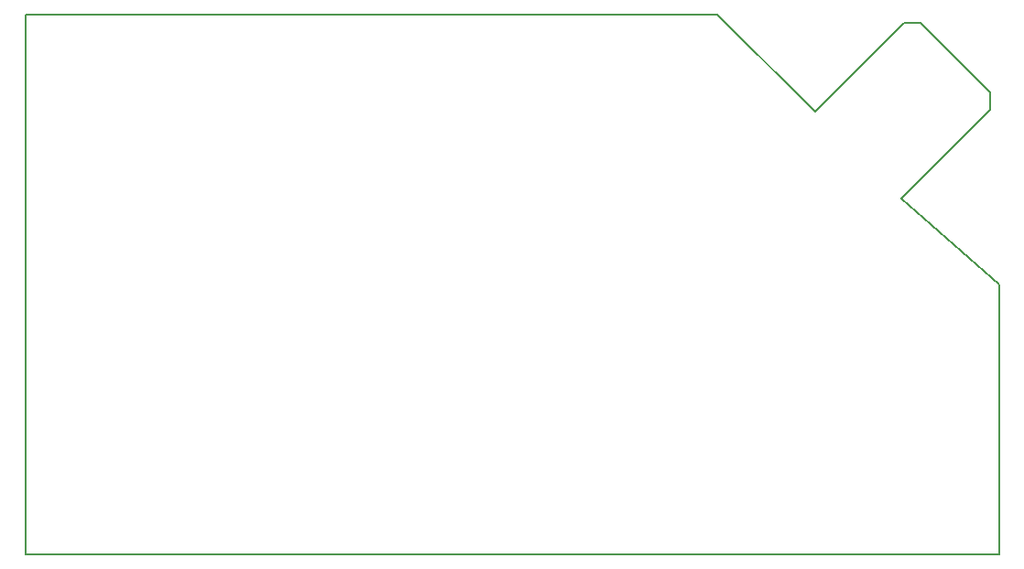
<source format=gm1>
G04 #@! TF.GenerationSoftware,KiCad,Pcbnew,(5.0.0)*
G04 #@! TF.CreationDate,2018-11-02T13:45:18+08:00*
G04 #@! TF.ProjectId,tomu-fpga,746F6D752D667067612E6B696361645F,rev?*
G04 #@! TF.SameCoordinates,Original*
G04 #@! TF.FileFunction,Profile,NP*
%FSLAX46Y46*%
G04 Gerber Fmt 4.6, Leading zero omitted, Abs format (unit mm)*
G04 Created by KiCad (PCBNEW (5.0.0)) date 11/02/18 13:45:18*
%MOMM*%
%LPD*%
G01*
G04 APERTURE LIST*
%ADD10C,0.150000*%
G04 APERTURE END LIST*
D10*
X106200000Y-30800000D02*
X107800000Y-30800000D01*
X114200000Y-38800000D02*
X114200000Y-37200000D01*
X98000000Y-39000000D02*
X89000000Y-30000000D01*
X106200000Y-30800000D02*
X98000000Y-39000000D01*
X114200000Y-37200000D02*
X107800000Y-30800000D01*
X106000000Y-47000000D02*
X114200000Y-38800000D01*
X115000000Y-55000000D02*
X106000000Y-47000000D01*
X25000000Y-80000000D02*
X25000000Y-30000000D01*
X115000000Y-80000000D02*
X25000000Y-80000000D01*
X115000000Y-55000000D02*
X115000000Y-80000000D01*
X25000000Y-30000000D02*
X89000000Y-30000000D01*
M02*

</source>
